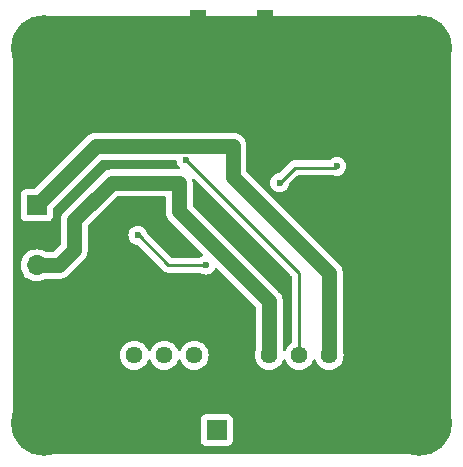
<source format=gbr>
%TF.GenerationSoftware,KiCad,Pcbnew,8.0.0*%
%TF.CreationDate,2024-06-21T14:03:25-04:00*%
%TF.ProjectId,GaN Gate Driver,47614e20-4761-4746-9520-447269766572,v1.0*%
%TF.SameCoordinates,Original*%
%TF.FileFunction,Copper,L2,Bot*%
%TF.FilePolarity,Positive*%
%FSLAX46Y46*%
G04 Gerber Fmt 4.6, Leading zero omitted, Abs format (unit mm)*
G04 Created by KiCad (PCBNEW 8.0.0) date 2024-06-21 14:03:25*
%MOMM*%
%LPD*%
G01*
G04 APERTURE LIST*
%TA.AperFunction,ComponentPad*%
%ADD10C,1.440000*%
%TD*%
%TA.AperFunction,ComponentPad*%
%ADD11R,1.700000X1.700000*%
%TD*%
%TA.AperFunction,ComponentPad*%
%ADD12O,1.700000X1.700000*%
%TD*%
%TA.AperFunction,ComponentPad*%
%ADD13C,5.562600*%
%TD*%
%TA.AperFunction,SMDPad,CuDef*%
%ADD14R,1.350000X4.200000*%
%TD*%
%TA.AperFunction,ViaPad*%
%ADD15C,0.600000*%
%TD*%
%TA.AperFunction,Conductor*%
%ADD16C,1.270000*%
%TD*%
%TA.AperFunction,Conductor*%
%ADD17C,0.254000*%
%TD*%
G04 APERTURE END LIST*
D10*
%TO.P,RV1,1,1*%
%TO.N,+5V*%
X78115000Y-54610000D03*
%TO.P,RV1,2,2*%
%TO.N,Net-(U1A--)*%
X75575000Y-54610000D03*
%TO.P,RV1,3,3*%
%TO.N,-5V*%
X73035000Y-54610000D03*
%TD*%
D11*
%TO.P,J2,1,Pin_1*%
%TO.N,+5V*%
X53340000Y-41910000D03*
D12*
%TO.P,J2,2,Pin_2*%
%TO.N,GND*%
X53340000Y-44450000D03*
%TO.P,J2,3,Pin_3*%
%TO.N,-5V*%
X53340000Y-46990000D03*
%TD*%
D13*
%TO.P,H1,1,1*%
%TO.N,GND*%
X53975000Y-28575000D03*
%TD*%
D14*
%TO.P,J1,2,Ext*%
%TO.N,GND*%
X72675000Y-27522500D03*
X67025000Y-27522500D03*
%TD*%
D11*
%TO.P,J3,1,Pin_1*%
%TO.N,Net-(J3-Pin_1)*%
X68580000Y-60935000D03*
D12*
%TO.P,J3,2,Pin_2*%
%TO.N,GND*%
X71120000Y-60935000D03*
%TD*%
D13*
%TO.P,H4,1,1*%
%TO.N,GND*%
X85725000Y-60325000D03*
%TD*%
%TO.P,H2,1,1*%
%TO.N,GND*%
X85725000Y-28575000D03*
%TD*%
D10*
%TO.P,RV2,1,1*%
%TO.N,Net-(J3-Pin_1)*%
X66685000Y-54610000D03*
%TO.P,RV2,2,2*%
%TO.N,Net-(D1-A)*%
X64145000Y-54610000D03*
%TO.P,RV2,3,3*%
X61605000Y-54610000D03*
%TD*%
D13*
%TO.P,H3,1,1*%
%TO.N,GND*%
X53975000Y-60325000D03*
%TD*%
D15*
%TO.N,GND*%
X80250000Y-38500000D03*
X80250000Y-43750000D03*
X80500000Y-41250000D03*
X68750000Y-31250000D03*
X71250000Y-30500000D03*
X76000000Y-28750000D03*
X64000000Y-28500000D03*
X60000000Y-28000000D03*
X74000000Y-59250000D03*
X62000000Y-59000000D03*
X87500000Y-53250000D03*
X84250000Y-48000000D03*
X52000000Y-36250000D03*
X52000000Y-53000000D03*
X54750000Y-36250000D03*
X54500000Y-53000000D03*
X70000000Y-54000000D03*
X77250000Y-61500000D03*
X57000000Y-54500000D03*
X82000000Y-53250000D03*
X81500000Y-37000000D03*
X84000000Y-39750000D03*
X87250000Y-34000000D03*
X79750000Y-29500000D03*
X76750000Y-31000000D03*
X66750000Y-31500000D03*
X61000000Y-31250000D03*
X56000000Y-34000000D03*
X59750000Y-46250000D03*
X60000000Y-38500000D03*
X55250000Y-42250000D03*
X56750000Y-40750000D03*
X58000000Y-39500000D03*
X74549000Y-52959000D03*
X74422000Y-48641000D03*
X67310000Y-41529000D03*
X68199000Y-41783000D03*
X69469000Y-43180000D03*
X69596000Y-44450000D03*
X67945000Y-34925000D03*
X70739000Y-35052000D03*
%TO.N,Net-(J3-Pin_1)*%
X61915000Y-44450000D03*
X67679250Y-46978250D03*
%TO.N,GND*%
X74295000Y-36830000D03*
X74295000Y-35560000D03*
X57150000Y-49530000D03*
X69850000Y-50165000D03*
%TO.N,-5V*%
X65405000Y-40005000D03*
%TO.N,+5V*%
X69969000Y-36901500D03*
%TO.N,Net-(U1B-+)*%
X78740000Y-38608000D03*
X73914000Y-40005000D03*
%TO.N,Net-(U1A--)*%
X65976500Y-38036500D03*
%TD*%
D16*
%TO.N,-5V*%
X65405000Y-42418000D02*
X65405000Y-40005000D01*
X73035000Y-54610000D02*
X73035000Y-50048000D01*
X73035000Y-50048000D02*
X65405000Y-42418000D01*
D17*
%TO.N,Net-(J3-Pin_1)*%
X61976000Y-44450000D02*
X64504250Y-46978250D01*
X64504250Y-46978250D02*
X67679250Y-46978250D01*
X61915000Y-44450000D02*
X61976000Y-44450000D01*
D16*
%TO.N,+5V*%
X69969000Y-36901500D02*
X69969000Y-39489000D01*
X78115000Y-47635000D02*
X78115000Y-54610000D01*
X58348500Y-36901500D02*
X53340000Y-41910000D01*
X69969000Y-36901500D02*
X58348500Y-36901500D01*
X69969000Y-39489000D02*
X78115000Y-47635000D01*
%TO.N,-5V*%
X59690000Y-40005000D02*
X65405000Y-40005000D01*
X56515000Y-43180000D02*
X59690000Y-40005000D01*
X56515000Y-45720000D02*
X56515000Y-43180000D01*
X55245000Y-46990000D02*
X56515000Y-45720000D01*
X53340000Y-46990000D02*
X55245000Y-46990000D01*
D17*
%TO.N,Net-(U1B-+)*%
X78613000Y-38735000D02*
X75184000Y-38735000D01*
X78740000Y-38608000D02*
X78613000Y-38735000D01*
X75184000Y-38735000D02*
X73914000Y-40005000D01*
%TO.N,Net-(U1A--)*%
X75575000Y-47635000D02*
X75575000Y-54610000D01*
X65976500Y-38036500D02*
X75575000Y-47635000D01*
%TD*%
%TA.AperFunction,Conductor*%
%TO.N,GND*%
G36*
X66707724Y-39659700D02*
G01*
X66729862Y-39677281D01*
X74911181Y-47858600D01*
X74944666Y-47919923D01*
X74947500Y-47946281D01*
X74947500Y-53494874D01*
X74927815Y-53561913D01*
X74894623Y-53596449D01*
X74787479Y-53671471D01*
X74636472Y-53822478D01*
X74513977Y-53997421D01*
X74423725Y-54190968D01*
X74421870Y-54196064D01*
X74419749Y-54195292D01*
X74388406Y-54246710D01*
X74325558Y-54277237D01*
X74256183Y-54268939D01*
X74202307Y-54224452D01*
X74189169Y-54195685D01*
X74188130Y-54196064D01*
X74186278Y-54190977D01*
X74186276Y-54190970D01*
X74182116Y-54182050D01*
X74170500Y-54129648D01*
X74170500Y-49958634D01*
X74142540Y-49782103D01*
X74142539Y-49782099D01*
X74142539Y-49782098D01*
X74087310Y-49612121D01*
X74087308Y-49612118D01*
X74006166Y-49452867D01*
X73945319Y-49369118D01*
X73901111Y-49308271D01*
X66576819Y-41983979D01*
X66543334Y-41922656D01*
X66540500Y-41896298D01*
X66540500Y-39915634D01*
X66529817Y-39848182D01*
X66519708Y-39784359D01*
X66528663Y-39715067D01*
X66573659Y-39661615D01*
X66640410Y-39640975D01*
X66707724Y-39659700D01*
G37*
%TD.AperFunction*%
%TA.AperFunction,Conductor*%
G36*
X85728472Y-25900695D02*
G01*
X86017507Y-25916927D01*
X86031305Y-25918481D01*
X86313265Y-25966388D01*
X86326821Y-25969482D01*
X86601642Y-26048657D01*
X86614768Y-26053250D01*
X86878994Y-26162696D01*
X86891508Y-26168722D01*
X87141830Y-26307070D01*
X87153603Y-26314468D01*
X87386843Y-26479961D01*
X87397704Y-26488622D01*
X87610964Y-26679202D01*
X87620797Y-26689035D01*
X87811373Y-26902290D01*
X87820042Y-26913162D01*
X87985530Y-27146395D01*
X87992929Y-27158169D01*
X88131273Y-27408484D01*
X88137306Y-27421012D01*
X88246749Y-27685232D01*
X88251342Y-27698357D01*
X88330517Y-27973178D01*
X88333611Y-27986735D01*
X88381516Y-28268684D01*
X88383073Y-28282502D01*
X88399305Y-28571527D01*
X88399500Y-28578480D01*
X88399500Y-60321519D01*
X88399305Y-60328472D01*
X88383073Y-60617497D01*
X88381516Y-60631315D01*
X88333611Y-60913264D01*
X88330517Y-60926821D01*
X88251342Y-61201642D01*
X88246749Y-61214767D01*
X88137306Y-61478987D01*
X88131273Y-61491515D01*
X87992929Y-61741830D01*
X87985530Y-61753604D01*
X87820042Y-61986837D01*
X87811373Y-61997709D01*
X87620797Y-62210964D01*
X87610964Y-62220797D01*
X87397709Y-62411373D01*
X87386837Y-62420042D01*
X87153604Y-62585530D01*
X87141830Y-62592929D01*
X86891515Y-62731273D01*
X86878987Y-62737306D01*
X86614767Y-62846749D01*
X86601642Y-62851342D01*
X86326821Y-62930517D01*
X86313264Y-62933611D01*
X86031315Y-62981516D01*
X86017497Y-62983073D01*
X85728472Y-62999305D01*
X85721519Y-62999500D01*
X53978481Y-62999500D01*
X53971528Y-62999305D01*
X53682502Y-62983073D01*
X53668684Y-62981516D01*
X53386735Y-62933611D01*
X53373178Y-62930517D01*
X53098357Y-62851342D01*
X53085232Y-62846749D01*
X52821012Y-62737306D01*
X52808484Y-62731273D01*
X52558169Y-62592929D01*
X52546395Y-62585530D01*
X52313162Y-62420042D01*
X52302290Y-62411373D01*
X52089035Y-62220797D01*
X52079202Y-62210964D01*
X52018060Y-62142546D01*
X51888622Y-61997704D01*
X51879961Y-61986843D01*
X51770711Y-61832870D01*
X67229500Y-61832870D01*
X67229501Y-61832876D01*
X67235908Y-61892483D01*
X67286202Y-62027328D01*
X67286206Y-62027335D01*
X67372452Y-62142544D01*
X67372455Y-62142547D01*
X67487664Y-62228793D01*
X67487671Y-62228797D01*
X67622517Y-62279091D01*
X67622516Y-62279091D01*
X67629444Y-62279835D01*
X67682127Y-62285500D01*
X69477872Y-62285499D01*
X69537483Y-62279091D01*
X69672331Y-62228796D01*
X69787546Y-62142546D01*
X69873796Y-62027331D01*
X69924091Y-61892483D01*
X69930500Y-61832873D01*
X69930499Y-60037128D01*
X69924091Y-59977517D01*
X69873796Y-59842669D01*
X69873795Y-59842668D01*
X69873793Y-59842664D01*
X69787547Y-59727455D01*
X69787544Y-59727452D01*
X69672335Y-59641206D01*
X69672328Y-59641202D01*
X69537482Y-59590908D01*
X69537483Y-59590908D01*
X69477883Y-59584501D01*
X69477881Y-59584500D01*
X69477873Y-59584500D01*
X69477864Y-59584500D01*
X67682129Y-59584500D01*
X67682123Y-59584501D01*
X67622516Y-59590908D01*
X67487671Y-59641202D01*
X67487664Y-59641206D01*
X67372455Y-59727452D01*
X67372452Y-59727455D01*
X67286206Y-59842664D01*
X67286202Y-59842671D01*
X67235908Y-59977517D01*
X67229501Y-60037116D01*
X67229501Y-60037123D01*
X67229500Y-60037135D01*
X67229500Y-61832870D01*
X51770711Y-61832870D01*
X51714468Y-61753603D01*
X51707070Y-61741830D01*
X51568726Y-61491515D01*
X51562696Y-61478994D01*
X51453250Y-61214767D01*
X51448657Y-61201642D01*
X51369482Y-60926821D01*
X51366388Y-60913264D01*
X51318481Y-60631305D01*
X51316927Y-60617507D01*
X51300695Y-60328472D01*
X51300500Y-60321519D01*
X51300500Y-54610001D01*
X60379838Y-54610001D01*
X60398450Y-54822741D01*
X60398452Y-54822752D01*
X60453721Y-55029022D01*
X60453723Y-55029026D01*
X60453724Y-55029030D01*
X60496171Y-55120058D01*
X60543977Y-55222578D01*
X60666472Y-55397521D01*
X60817478Y-55548527D01*
X60817481Y-55548529D01*
X60992419Y-55671021D01*
X60992421Y-55671022D01*
X60992420Y-55671022D01*
X61056936Y-55701106D01*
X61185970Y-55761276D01*
X61392253Y-55816549D01*
X61544215Y-55829844D01*
X61604998Y-55835162D01*
X61605000Y-55835162D01*
X61605002Y-55835162D01*
X61658186Y-55830508D01*
X61817747Y-55816549D01*
X62024030Y-55761276D01*
X62217581Y-55671021D01*
X62392519Y-55548529D01*
X62543529Y-55397519D01*
X62666021Y-55222581D01*
X62756276Y-55029030D01*
X62756280Y-55029013D01*
X62758130Y-55023936D01*
X62760253Y-55024709D01*
X62791576Y-54973305D01*
X62854419Y-54942766D01*
X62923796Y-54951050D01*
X62977680Y-54995528D01*
X62990827Y-55024315D01*
X62991870Y-55023936D01*
X62993722Y-55029022D01*
X62993724Y-55029030D01*
X63036171Y-55120058D01*
X63083977Y-55222578D01*
X63206472Y-55397521D01*
X63357478Y-55548527D01*
X63357481Y-55548529D01*
X63532419Y-55671021D01*
X63532421Y-55671022D01*
X63532420Y-55671022D01*
X63596936Y-55701106D01*
X63725970Y-55761276D01*
X63932253Y-55816549D01*
X64084215Y-55829844D01*
X64144998Y-55835162D01*
X64145000Y-55835162D01*
X64145002Y-55835162D01*
X64198186Y-55830508D01*
X64357747Y-55816549D01*
X64564030Y-55761276D01*
X64757581Y-55671021D01*
X64932519Y-55548529D01*
X65083529Y-55397519D01*
X65206021Y-55222581D01*
X65296276Y-55029030D01*
X65296280Y-55029013D01*
X65298130Y-55023936D01*
X65300253Y-55024709D01*
X65331576Y-54973305D01*
X65394419Y-54942766D01*
X65463796Y-54951050D01*
X65517680Y-54995528D01*
X65530827Y-55024315D01*
X65531870Y-55023936D01*
X65533722Y-55029022D01*
X65533724Y-55029030D01*
X65576171Y-55120058D01*
X65623977Y-55222578D01*
X65746472Y-55397521D01*
X65897478Y-55548527D01*
X65897481Y-55548529D01*
X66072419Y-55671021D01*
X66072421Y-55671022D01*
X66072420Y-55671022D01*
X66136936Y-55701106D01*
X66265970Y-55761276D01*
X66472253Y-55816549D01*
X66624215Y-55829844D01*
X66684998Y-55835162D01*
X66685000Y-55835162D01*
X66685002Y-55835162D01*
X66738186Y-55830508D01*
X66897747Y-55816549D01*
X67104030Y-55761276D01*
X67297581Y-55671021D01*
X67472519Y-55548529D01*
X67623529Y-55397519D01*
X67746021Y-55222581D01*
X67836276Y-55029030D01*
X67891549Y-54822747D01*
X67910162Y-54610000D01*
X67891549Y-54397253D01*
X67836276Y-54190970D01*
X67746021Y-53997419D01*
X67623529Y-53822481D01*
X67623527Y-53822478D01*
X67472521Y-53671472D01*
X67316053Y-53561913D01*
X67297581Y-53548979D01*
X67297580Y-53548978D01*
X67297578Y-53548977D01*
X67297579Y-53548977D01*
X67168547Y-53488809D01*
X67104030Y-53458724D01*
X67104026Y-53458723D01*
X67104022Y-53458721D01*
X66897752Y-53403452D01*
X66897748Y-53403451D01*
X66897747Y-53403451D01*
X66897746Y-53403450D01*
X66897741Y-53403450D01*
X66685002Y-53384838D01*
X66684998Y-53384838D01*
X66472258Y-53403450D01*
X66472247Y-53403452D01*
X66265977Y-53458721D01*
X66265968Y-53458725D01*
X66072421Y-53548977D01*
X65897478Y-53671472D01*
X65746472Y-53822478D01*
X65623977Y-53997421D01*
X65533725Y-54190968D01*
X65531870Y-54196064D01*
X65529749Y-54195292D01*
X65498406Y-54246710D01*
X65435558Y-54277237D01*
X65366183Y-54268939D01*
X65312307Y-54224452D01*
X65299169Y-54195685D01*
X65298130Y-54196064D01*
X65296279Y-54190983D01*
X65296276Y-54190970D01*
X65206021Y-53997419D01*
X65083529Y-53822481D01*
X65083527Y-53822478D01*
X64932521Y-53671472D01*
X64776053Y-53561913D01*
X64757581Y-53548979D01*
X64757580Y-53548978D01*
X64757578Y-53548977D01*
X64757579Y-53548977D01*
X64628547Y-53488809D01*
X64564030Y-53458724D01*
X64564026Y-53458723D01*
X64564022Y-53458721D01*
X64357752Y-53403452D01*
X64357748Y-53403451D01*
X64357747Y-53403451D01*
X64357746Y-53403450D01*
X64357741Y-53403450D01*
X64145002Y-53384838D01*
X64144998Y-53384838D01*
X63932258Y-53403450D01*
X63932247Y-53403452D01*
X63725977Y-53458721D01*
X63725968Y-53458725D01*
X63532421Y-53548977D01*
X63357478Y-53671472D01*
X63206472Y-53822478D01*
X63083977Y-53997421D01*
X62993725Y-54190968D01*
X62991870Y-54196064D01*
X62989749Y-54195292D01*
X62958406Y-54246710D01*
X62895558Y-54277237D01*
X62826183Y-54268939D01*
X62772307Y-54224452D01*
X62759169Y-54195685D01*
X62758130Y-54196064D01*
X62756279Y-54190983D01*
X62756276Y-54190970D01*
X62666021Y-53997419D01*
X62543529Y-53822481D01*
X62543527Y-53822478D01*
X62392521Y-53671472D01*
X62236053Y-53561913D01*
X62217581Y-53548979D01*
X62217580Y-53548978D01*
X62217578Y-53548977D01*
X62217579Y-53548977D01*
X62088547Y-53488809D01*
X62024030Y-53458724D01*
X62024026Y-53458723D01*
X62024022Y-53458721D01*
X61817752Y-53403452D01*
X61817748Y-53403451D01*
X61817747Y-53403451D01*
X61817746Y-53403450D01*
X61817741Y-53403450D01*
X61605002Y-53384838D01*
X61604998Y-53384838D01*
X61392258Y-53403450D01*
X61392247Y-53403452D01*
X61185977Y-53458721D01*
X61185968Y-53458725D01*
X60992421Y-53548977D01*
X60817478Y-53671472D01*
X60666472Y-53822478D01*
X60543977Y-53997421D01*
X60453725Y-54190968D01*
X60453721Y-54190977D01*
X60398452Y-54397247D01*
X60398450Y-54397258D01*
X60379838Y-54609998D01*
X60379838Y-54610001D01*
X51300500Y-54610001D01*
X51300500Y-46990000D01*
X51984341Y-46990000D01*
X52004936Y-47225403D01*
X52004938Y-47225413D01*
X52066094Y-47453655D01*
X52066096Y-47453659D01*
X52066097Y-47453663D01*
X52165965Y-47667830D01*
X52165967Y-47667834D01*
X52274281Y-47822521D01*
X52301505Y-47861401D01*
X52468599Y-48028495D01*
X52507672Y-48055854D01*
X52662165Y-48164032D01*
X52662167Y-48164033D01*
X52662170Y-48164035D01*
X52876337Y-48263903D01*
X53104592Y-48325063D01*
X53292918Y-48341539D01*
X53339999Y-48345659D01*
X53340000Y-48345659D01*
X53340001Y-48345659D01*
X53379234Y-48342226D01*
X53575408Y-48325063D01*
X53803663Y-48263903D01*
X54017830Y-48164035D01*
X54040838Y-48147924D01*
X54107043Y-48125598D01*
X54111960Y-48125500D01*
X55334370Y-48125500D01*
X55412824Y-48113073D01*
X55510897Y-48097541D01*
X55639193Y-48055853D01*
X55680881Y-48042309D01*
X55840132Y-47961167D01*
X55984728Y-47856111D01*
X56111111Y-47729728D01*
X56169670Y-47671169D01*
X56169682Y-47671155D01*
X57381111Y-46459729D01*
X57459222Y-46352218D01*
X57486167Y-46315132D01*
X57567309Y-46155881D01*
X57622540Y-45985897D01*
X57650500Y-45809366D01*
X57650500Y-43701701D01*
X57670185Y-43634662D01*
X57686819Y-43614020D01*
X60124020Y-41176819D01*
X60185343Y-41143334D01*
X60211701Y-41140500D01*
X64145500Y-41140500D01*
X64212539Y-41160185D01*
X64258294Y-41212989D01*
X64269500Y-41264500D01*
X64269500Y-42507370D01*
X64297458Y-42683893D01*
X64327422Y-42776112D01*
X64352689Y-42853878D01*
X64359623Y-42867486D01*
X64433833Y-43013132D01*
X64457350Y-43045500D01*
X64509693Y-43117544D01*
X64538890Y-43157729D01*
X67415304Y-46034143D01*
X67448789Y-46095466D01*
X67443805Y-46165158D01*
X67401933Y-46221091D01*
X67368579Y-46238865D01*
X67329729Y-46252459D01*
X67203550Y-46331744D01*
X67137578Y-46350750D01*
X64815531Y-46350750D01*
X64748492Y-46331065D01*
X64727850Y-46314431D01*
X62729103Y-44315684D01*
X62699742Y-44268957D01*
X62640789Y-44100478D01*
X62544815Y-43947737D01*
X62417262Y-43820184D01*
X62264523Y-43724211D01*
X62094254Y-43664631D01*
X62094249Y-43664630D01*
X61915004Y-43644435D01*
X61914996Y-43644435D01*
X61735750Y-43664630D01*
X61735745Y-43664631D01*
X61565476Y-43724211D01*
X61412737Y-43820184D01*
X61285184Y-43947737D01*
X61189211Y-44100476D01*
X61129631Y-44270745D01*
X61129630Y-44270750D01*
X61109435Y-44449996D01*
X61109435Y-44450003D01*
X61129630Y-44629249D01*
X61129631Y-44629254D01*
X61189211Y-44799523D01*
X61285184Y-44952262D01*
X61412738Y-45079816D01*
X61565478Y-45175789D01*
X61735747Y-45235369D01*
X61848379Y-45248058D01*
X61912793Y-45275123D01*
X61922178Y-45283597D01*
X64104238Y-47465658D01*
X64104242Y-47465661D01*
X64207010Y-47534329D01*
X64207023Y-47534336D01*
X64321210Y-47581633D01*
X64321215Y-47581635D01*
X64321219Y-47581635D01*
X64321220Y-47581636D01*
X64442443Y-47605750D01*
X64442446Y-47605750D01*
X64442447Y-47605750D01*
X67137578Y-47605750D01*
X67203550Y-47624756D01*
X67277369Y-47671140D01*
X67329728Y-47704039D01*
X67403143Y-47729728D01*
X67499995Y-47763618D01*
X67500000Y-47763619D01*
X67679246Y-47783815D01*
X67679250Y-47783815D01*
X67679254Y-47783815D01*
X67858499Y-47763619D01*
X67858502Y-47763618D01*
X67858505Y-47763618D01*
X68028772Y-47704039D01*
X68181512Y-47608066D01*
X68309066Y-47480512D01*
X68405039Y-47327772D01*
X68418633Y-47288923D01*
X68459354Y-47232146D01*
X68524306Y-47206398D01*
X68592868Y-47219854D01*
X68623356Y-47242195D01*
X71863181Y-50482020D01*
X71896666Y-50543343D01*
X71899500Y-50569701D01*
X71899500Y-54129648D01*
X71887883Y-54182051D01*
X71883725Y-54190967D01*
X71883721Y-54190977D01*
X71828452Y-54397247D01*
X71828450Y-54397258D01*
X71809838Y-54609998D01*
X71809838Y-54610001D01*
X71828450Y-54822741D01*
X71828452Y-54822752D01*
X71883721Y-55029022D01*
X71883723Y-55029026D01*
X71883724Y-55029030D01*
X71926171Y-55120058D01*
X71973977Y-55222578D01*
X72096472Y-55397521D01*
X72247478Y-55548527D01*
X72247481Y-55548529D01*
X72422419Y-55671021D01*
X72422421Y-55671022D01*
X72422420Y-55671022D01*
X72486936Y-55701106D01*
X72615970Y-55761276D01*
X72822253Y-55816549D01*
X72974215Y-55829844D01*
X73034998Y-55835162D01*
X73035000Y-55835162D01*
X73035002Y-55835162D01*
X73088186Y-55830508D01*
X73247747Y-55816549D01*
X73454030Y-55761276D01*
X73647581Y-55671021D01*
X73822519Y-55548529D01*
X73973529Y-55397519D01*
X74096021Y-55222581D01*
X74186276Y-55029030D01*
X74186280Y-55029013D01*
X74188130Y-55023936D01*
X74190253Y-55024709D01*
X74221576Y-54973305D01*
X74284419Y-54942766D01*
X74353796Y-54951050D01*
X74407680Y-54995528D01*
X74420827Y-55024315D01*
X74421870Y-55023936D01*
X74423722Y-55029022D01*
X74423724Y-55029030D01*
X74466171Y-55120058D01*
X74513977Y-55222578D01*
X74636472Y-55397521D01*
X74787478Y-55548527D01*
X74787481Y-55548529D01*
X74962419Y-55671021D01*
X74962421Y-55671022D01*
X74962420Y-55671022D01*
X75026936Y-55701106D01*
X75155970Y-55761276D01*
X75362253Y-55816549D01*
X75514215Y-55829844D01*
X75574998Y-55835162D01*
X75575000Y-55835162D01*
X75575002Y-55835162D01*
X75628186Y-55830508D01*
X75787747Y-55816549D01*
X75994030Y-55761276D01*
X76187581Y-55671021D01*
X76362519Y-55548529D01*
X76513529Y-55397519D01*
X76636021Y-55222581D01*
X76726276Y-55029030D01*
X76726280Y-55029013D01*
X76728130Y-55023936D01*
X76730253Y-55024709D01*
X76761576Y-54973305D01*
X76824419Y-54942766D01*
X76893796Y-54951050D01*
X76947680Y-54995528D01*
X76960827Y-55024315D01*
X76961870Y-55023936D01*
X76963722Y-55029022D01*
X76963724Y-55029030D01*
X77006171Y-55120058D01*
X77053977Y-55222578D01*
X77176472Y-55397521D01*
X77327478Y-55548527D01*
X77327481Y-55548529D01*
X77502419Y-55671021D01*
X77502421Y-55671022D01*
X77502420Y-55671022D01*
X77566936Y-55701106D01*
X77695970Y-55761276D01*
X77902253Y-55816549D01*
X78054215Y-55829844D01*
X78114998Y-55835162D01*
X78115000Y-55835162D01*
X78115002Y-55835162D01*
X78168186Y-55830508D01*
X78327747Y-55816549D01*
X78534030Y-55761276D01*
X78727581Y-55671021D01*
X78902519Y-55548529D01*
X79053529Y-55397519D01*
X79176021Y-55222581D01*
X79266276Y-55029030D01*
X79321549Y-54822747D01*
X79340162Y-54610000D01*
X79321549Y-54397253D01*
X79266276Y-54190970D01*
X79262116Y-54182050D01*
X79250500Y-54129648D01*
X79250500Y-47545630D01*
X79240186Y-47480514D01*
X79240186Y-47480512D01*
X79235934Y-47453664D01*
X79222541Y-47369103D01*
X79168815Y-47203754D01*
X79167754Y-47199993D01*
X79167309Y-47199119D01*
X79086167Y-47039868D01*
X78981111Y-46895272D01*
X78854728Y-46768889D01*
X72090842Y-40005003D01*
X73108435Y-40005003D01*
X73128630Y-40184249D01*
X73128631Y-40184254D01*
X73188211Y-40354523D01*
X73284184Y-40507262D01*
X73411738Y-40634816D01*
X73564478Y-40730789D01*
X73734745Y-40790368D01*
X73734750Y-40790369D01*
X73913996Y-40810565D01*
X73914000Y-40810565D01*
X73914004Y-40810565D01*
X74093249Y-40790369D01*
X74093252Y-40790368D01*
X74093255Y-40790368D01*
X74263522Y-40730789D01*
X74416262Y-40634816D01*
X74543816Y-40507262D01*
X74639789Y-40354522D01*
X74699368Y-40184255D01*
X74704313Y-40140361D01*
X74731378Y-40075951D01*
X74739842Y-40066575D01*
X75407600Y-39398819D01*
X75468923Y-39365334D01*
X75495281Y-39362500D01*
X78451460Y-39362500D01*
X78492415Y-39369459D01*
X78560737Y-39393366D01*
X78560743Y-39393367D01*
X78560745Y-39393368D01*
X78560746Y-39393368D01*
X78560750Y-39393369D01*
X78739996Y-39413565D01*
X78740000Y-39413565D01*
X78740004Y-39413565D01*
X78919249Y-39393369D01*
X78919252Y-39393368D01*
X78919255Y-39393368D01*
X79089522Y-39333789D01*
X79242262Y-39237816D01*
X79369816Y-39110262D01*
X79465789Y-38957522D01*
X79525368Y-38787255D01*
X79528181Y-38762289D01*
X79545565Y-38608003D01*
X79545565Y-38607996D01*
X79525369Y-38428750D01*
X79525368Y-38428745D01*
X79465788Y-38258476D01*
X79386076Y-38131616D01*
X79369816Y-38105738D01*
X79242262Y-37978184D01*
X79242260Y-37978183D01*
X79089523Y-37882211D01*
X78919254Y-37822631D01*
X78919249Y-37822630D01*
X78740004Y-37802435D01*
X78739996Y-37802435D01*
X78560750Y-37822630D01*
X78560745Y-37822631D01*
X78390476Y-37882211D01*
X78237739Y-37978183D01*
X78144740Y-38071182D01*
X78083416Y-38104666D01*
X78057059Y-38107500D01*
X75122195Y-38107500D01*
X75000970Y-38131613D01*
X75000960Y-38131616D01*
X74886773Y-38178913D01*
X74886761Y-38178920D01*
X74831635Y-38215755D01*
X74831634Y-38215756D01*
X74783989Y-38247590D01*
X73852432Y-39179147D01*
X73791109Y-39212632D01*
X73778637Y-39214686D01*
X73734745Y-39219632D01*
X73564478Y-39279210D01*
X73411737Y-39375184D01*
X73284184Y-39502737D01*
X73188211Y-39655476D01*
X73128631Y-39825745D01*
X73128630Y-39825750D01*
X73108435Y-40004996D01*
X73108435Y-40005003D01*
X72090842Y-40005003D01*
X71140819Y-39054980D01*
X71107334Y-38993657D01*
X71104500Y-38967299D01*
X71104500Y-36812134D01*
X71076540Y-36635603D01*
X71076539Y-36635599D01*
X71076539Y-36635598D01*
X71021310Y-36465621D01*
X71021308Y-36465618D01*
X70940166Y-36306367D01*
X70835111Y-36161772D01*
X70708728Y-36035389D01*
X70564132Y-35930333D01*
X70404881Y-35849191D01*
X70404878Y-35849189D01*
X70234899Y-35793960D01*
X70117209Y-35775320D01*
X70058366Y-35766000D01*
X58437867Y-35766000D01*
X58259134Y-35766000D01*
X58259130Y-35766000D01*
X58082601Y-35793959D01*
X58082598Y-35793959D01*
X57912623Y-35849188D01*
X57912622Y-35849188D01*
X57834511Y-35888986D01*
X57834512Y-35888987D01*
X57753380Y-35930326D01*
X57753373Y-35930330D01*
X57753368Y-35930333D01*
X57637434Y-36014564D01*
X57608769Y-36035391D01*
X53120978Y-40523181D01*
X53059655Y-40556666D01*
X53033297Y-40559500D01*
X52442129Y-40559500D01*
X52442123Y-40559501D01*
X52382516Y-40565908D01*
X52247671Y-40616202D01*
X52247664Y-40616206D01*
X52132455Y-40702452D01*
X52132452Y-40702455D01*
X52046206Y-40817664D01*
X52046202Y-40817671D01*
X51995908Y-40952517D01*
X51989501Y-41012116D01*
X51989500Y-41012135D01*
X51989500Y-42807870D01*
X51989501Y-42807876D01*
X51995908Y-42867483D01*
X52046202Y-43002328D01*
X52046206Y-43002335D01*
X52132452Y-43117544D01*
X52132455Y-43117547D01*
X52247664Y-43203793D01*
X52247671Y-43203797D01*
X52382517Y-43254091D01*
X52382516Y-43254091D01*
X52389444Y-43254835D01*
X52442127Y-43260500D01*
X54237872Y-43260499D01*
X54297483Y-43254091D01*
X54432331Y-43203796D01*
X54547546Y-43117546D01*
X54633796Y-43002331D01*
X54684091Y-42867483D01*
X54690500Y-42807873D01*
X54690499Y-42216699D01*
X54710183Y-42149661D01*
X54726813Y-42129024D01*
X58782520Y-38073319D01*
X58843843Y-38039834D01*
X58870201Y-38037000D01*
X65060178Y-38037000D01*
X65127217Y-38056685D01*
X65172972Y-38109489D01*
X65183398Y-38147117D01*
X65191130Y-38215749D01*
X65250710Y-38386021D01*
X65346684Y-38538762D01*
X65465741Y-38657819D01*
X65499226Y-38719142D01*
X65494242Y-38788834D01*
X65452370Y-38844767D01*
X65386906Y-38869184D01*
X65378060Y-38869500D01*
X59600630Y-38869500D01*
X59424105Y-38897458D01*
X59295805Y-38939146D01*
X59295804Y-38939145D01*
X59254118Y-38952690D01*
X59145553Y-39008008D01*
X59094867Y-39033833D01*
X58950270Y-39138890D01*
X55648890Y-42440270D01*
X55543833Y-42584867D01*
X55462243Y-42744997D01*
X55461184Y-42748754D01*
X55407458Y-42914105D01*
X55379500Y-43090629D01*
X55379500Y-45198298D01*
X55359815Y-45265337D01*
X55343181Y-45285979D01*
X54810980Y-45818181D01*
X54749657Y-45851666D01*
X54723299Y-45854500D01*
X54111960Y-45854500D01*
X54044921Y-45834815D01*
X54040851Y-45832084D01*
X54017830Y-45815965D01*
X53803663Y-45716097D01*
X53803659Y-45716096D01*
X53803655Y-45716094D01*
X53575413Y-45654938D01*
X53575403Y-45654936D01*
X53340001Y-45634341D01*
X53339999Y-45634341D01*
X53104596Y-45654936D01*
X53104586Y-45654938D01*
X52876344Y-45716094D01*
X52876335Y-45716098D01*
X52662171Y-45815964D01*
X52662169Y-45815965D01*
X52468597Y-45951505D01*
X52301505Y-46118597D01*
X52165965Y-46312169D01*
X52165964Y-46312171D01*
X52066098Y-46526335D01*
X52066094Y-46526344D01*
X52004938Y-46754586D01*
X52004936Y-46754596D01*
X51984341Y-46989999D01*
X51984341Y-46990000D01*
X51300500Y-46990000D01*
X51300500Y-28578480D01*
X51300695Y-28571527D01*
X51304200Y-28509108D01*
X51316927Y-28282490D01*
X51318481Y-28268696D01*
X51366389Y-27986730D01*
X51369482Y-27973178D01*
X51448657Y-27698357D01*
X51453250Y-27685232D01*
X51562699Y-27420997D01*
X51568719Y-27408498D01*
X51707076Y-27158159D01*
X51714463Y-27146404D01*
X51879968Y-26913147D01*
X51888614Y-26902304D01*
X52079212Y-26689024D01*
X52089024Y-26679212D01*
X52302304Y-26488614D01*
X52313147Y-26479968D01*
X52546404Y-26314463D01*
X52558159Y-26307076D01*
X52808498Y-26168719D01*
X52820997Y-26162699D01*
X53085236Y-26053248D01*
X53098353Y-26048658D01*
X53373184Y-25969480D01*
X53386730Y-25966389D01*
X53668696Y-25918481D01*
X53682490Y-25916927D01*
X53971528Y-25900695D01*
X53978481Y-25900500D01*
X54040892Y-25900500D01*
X85659108Y-25900500D01*
X85721519Y-25900500D01*
X85728472Y-25900695D01*
G37*
%TD.AperFunction*%
%TD*%
M02*

</source>
